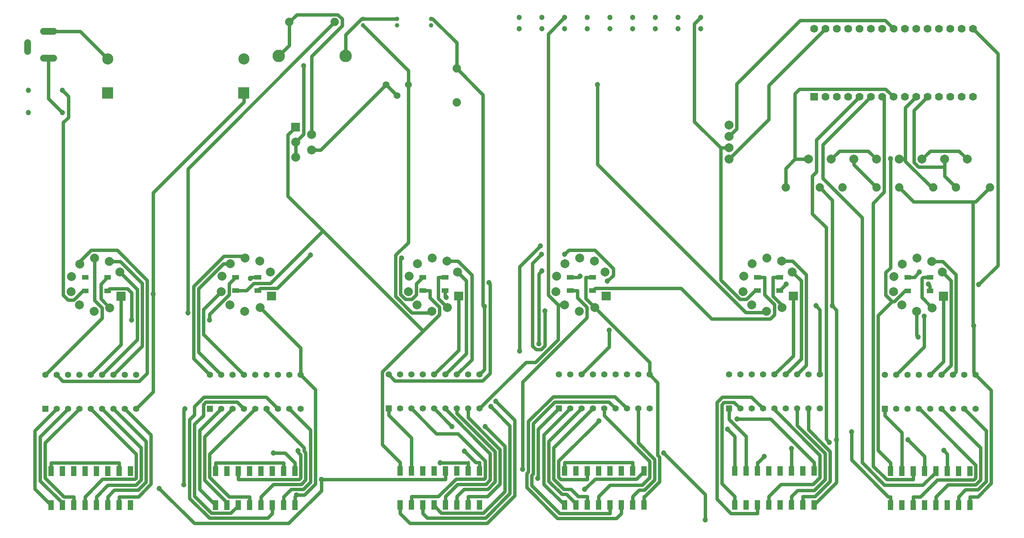
<source format=gbl>
G04 Layer: BottomLayer*
G04 EasyEDA v6.1.52, Wed, 14 Aug 2019 16:00:45 GMT*
G04 61fb33ea13684dee95186c9376e4e459,bc0df6a87cf9400f99ff9c89e133bbb9,10*
G04 Gerber Generator version 0.2*
G04 Scale: 100 percent, Rotated: No, Reflected: No *
G04 Dimensions in millimeters *
G04 leading zeros omitted , absolute positions ,3 integer and 3 decimal *
%FSLAX33Y33*%
%MOMM*%
G90*
G71D02*

%ADD11C,0.799998*%
%ADD12C,1.199998*%
%ADD14C,2.499995*%
%ADD15C,1.199896*%
%ADD17C,1.999996*%
%ADD18C,0.999998*%
%ADD19C,1.524000*%
%ADD20C,1.879600*%
%ADD21C,2.799994*%
%ADD22R,1.778000X1.778000*%
%ADD23C,1.778000*%
%ADD25R,1.397000X1.397000*%
%ADD26C,1.397000*%
%ADD27C,1.193800*%
%ADD28C,1.499997*%

%LPD*%
G54D11*
G01X127320Y58188D02*
G01X127320Y56639D01*
G01X129471Y54488D01*
G01X129471Y52115D01*
G01X115051Y37693D01*
G01X115051Y18133D01*
G01X125770Y58188D02*
G01X127320Y58188D01*
G01X70340Y71559D02*
G01X58602Y59824D01*
G01X54864Y59824D01*
G01X53230Y58188D01*
G01X50840Y58188D01*
G01X64241Y94825D02*
G01X62514Y93098D01*
G01X62514Y79385D01*
G01X70340Y71559D01*
G01X92770Y49128D02*
G01X70340Y71559D01*
G01X92770Y49128D02*
G01X83659Y40017D01*
G01X83659Y23642D01*
G01X87630Y19672D01*
G01X94300Y58188D02*
G01X94300Y56639D01*
G01X96451Y54488D01*
G01X96451Y52809D01*
G01X92770Y49128D01*
G01X197825Y55725D02*
G01X196352Y57198D01*
G01X196352Y62247D01*
G01X197421Y63317D01*
G01X197421Y87774D01*
G01X201300Y58150D02*
G01X200708Y58150D01*
G01X198282Y55725D01*
G01X197825Y55725D01*
G01X197449Y19631D02*
G01X194698Y22385D01*
G01X194698Y52595D01*
G01X197825Y55725D01*
G01X160969Y27101D02*
G01X162560Y25511D01*
G01X162560Y17780D01*
G01X159456Y90170D02*
G01X159456Y60589D01*
G01X163791Y56253D01*
G01X165193Y56253D01*
G01X167132Y58188D01*
G01X167680Y58188D01*
G01X102870Y17780D02*
G01X102870Y19672D01*
G01X96621Y19621D02*
G01X102819Y19621D01*
G01X102870Y19672D01*
G01X197449Y17739D02*
G01X197449Y19631D01*
G01X154940Y119380D02*
G01X153543Y117980D01*
G01X153543Y96083D01*
G01X159456Y90170D01*
G01X87630Y17780D02*
G01X87630Y19672D01*
G01X92750Y58188D02*
G01X94300Y58188D01*
G01X17150Y58150D02*
G01X16601Y58150D01*
G01X14569Y56118D01*
G01X13340Y56118D01*
G01X12227Y57233D01*
G01X12227Y95851D01*
G01X13388Y97012D01*
G01X13388Y101760D01*
G01X12065Y103083D01*
G01X159456Y90170D02*
G01X161290Y90170D01*
G01X194310Y87630D02*
G01X192460Y89479D01*
G01X186001Y89479D01*
G01X184150Y87630D01*
G01X214630Y87630D02*
G01X212780Y89479D01*
G01X206321Y89479D01*
G01X204470Y87630D01*
G01X124460Y17780D02*
G01X124460Y19672D01*
G01X124460Y19672D02*
G01X139700Y19672D01*
G01X139700Y19672D01*
G01X139700Y17780D02*
G01X139700Y19672D01*
G01X46319Y17739D02*
G01X46319Y19631D01*
G01X46319Y19631D02*
G01X61559Y19631D01*
G01X61559Y19631D01*
G01X61559Y17739D02*
G01X61559Y19631D01*
G01X24729Y17739D02*
G01X24729Y19631D01*
G01X9489Y17739D02*
G01X9489Y19631D01*
G01X9489Y19631D02*
G01X24729Y19631D01*
G01X172679Y58188D02*
G01X174124Y59636D01*
G01X202849Y61150D02*
G01X202849Y61282D01*
G01X203931Y62364D01*
G01X201300Y61150D02*
G01X202849Y61150D01*
G01X185384Y24744D02*
G01X185384Y53814D01*
G01X184419Y54780D01*
G01X180340Y10160D02*
G01X185384Y15204D01*
G01X185384Y24744D01*
G01X205069Y17739D02*
G01X205069Y21056D01*
G01X201383Y24744D01*
G01X181610Y39370D02*
G01X181610Y53921D01*
G01X180751Y54780D01*
G01X181610Y81280D02*
G01X184419Y78470D01*
G01X184419Y54780D01*
G01X215884Y78069D02*
G01X202600Y78069D01*
G01X199390Y81280D01*
G01X219710Y81280D02*
G01X216499Y78069D01*
G01X215884Y78069D01*
G01X216090Y50327D02*
G01X215884Y50530D01*
G01X215884Y78069D01*
G01X206799Y54350D02*
G01X204487Y56659D01*
G01X204487Y60888D01*
G01X204749Y61150D01*
G01X64419Y12377D02*
G01X64419Y12331D01*
G01X64099Y12011D01*
G01X65369Y39329D02*
G01X68717Y35984D01*
G01X68717Y14859D01*
G01X66233Y12377D01*
G01X64419Y12377D01*
G01X55839Y61188D02*
G01X54287Y61188D01*
G01X54155Y60957D02*
G01X54287Y61089D01*
G01X54287Y61188D01*
G01X100330Y107950D02*
G01X106227Y102052D01*
G01X106227Y54937D01*
G01X106512Y54650D01*
G01X106512Y54650D02*
G01X106512Y40472D01*
G01X105410Y39370D01*
G01X142240Y12052D02*
G01X142450Y12052D01*
G01X145752Y15354D01*
G01X145752Y20861D01*
G01X145343Y21269D01*
G01X145343Y37536D01*
G01X143510Y39370D01*
G01X130769Y61188D02*
G01X129217Y61188D01*
G01X129217Y61188D02*
G01X129217Y56441D01*
G01X131269Y54389D01*
G01X216499Y39329D02*
G01X219971Y35857D01*
G01X219971Y15008D01*
G01X216976Y12011D01*
G01X215229Y12011D01*
G01X94615Y119113D02*
G01X94940Y119113D01*
G01X100330Y113725D01*
G01X100330Y107950D01*
G01X216499Y39329D02*
G01X216090Y39740D01*
G01X216090Y50327D01*
G01X131269Y54389D02*
G01X143510Y42148D01*
G01X143510Y39370D01*
G01X56339Y54389D02*
G01X65369Y45359D01*
G01X65369Y39329D01*
G01X64241Y91440D02*
G01X66070Y93268D01*
G01X66070Y108544D01*
G01X22174Y110096D02*
G01X15986Y116283D01*
G01X8930Y116283D01*
G01X64241Y88054D02*
G01X64241Y91440D01*
G01X79375Y119113D02*
G01X86995Y119113D01*
G01X75445Y110744D02*
G01X75445Y115542D01*
G01X79019Y119113D01*
G01X79375Y119113D01*
G01X215229Y10119D02*
G01X215229Y12011D01*
G01X142240Y10160D02*
G01X142240Y12052D01*
G01X64099Y10119D02*
G01X64099Y12011D01*
G01X172679Y61188D02*
G01X171127Y61188D01*
G01X173179Y54389D02*
G01X173179Y54899D01*
G01X171127Y56951D01*
G01X171127Y61188D01*
G01X98249Y54389D02*
G01X96199Y56441D01*
G01X96199Y61188D01*
G01X97749Y61188D02*
G01X96199Y61188D01*
G01X22649Y54350D02*
G01X20637Y56362D01*
G01X20637Y59636D01*
G01X22151Y61150D01*
G01X206301Y61150D02*
G01X204749Y61150D01*
G01X92750Y61188D02*
G01X91297Y59738D01*
G01X91297Y57287D01*
G01X90286Y56273D01*
G01X88818Y56273D01*
G01X87729Y57363D01*
G01X87729Y65262D01*
G01X87955Y65486D01*
G01X55839Y58188D02*
G01X56342Y58691D01*
G01X60134Y58691D01*
G01X67602Y66159D01*
G01X50840Y61188D02*
G01X49364Y59715D01*
G01X49364Y57264D01*
G01X44978Y52877D01*
G01X44978Y51645D01*
G01X22151Y58150D02*
G01X22651Y58651D01*
G01X26591Y58651D01*
G01X27520Y57721D01*
G01X27520Y51645D01*
G01X123035Y54991D02*
G01X124470Y54991D01*
G01X124460Y119380D02*
G01X120799Y115719D01*
G01X120799Y57223D01*
G01X123035Y54991D01*
G01X123035Y54991D02*
G01X123035Y47236D01*
G01X117949Y42151D01*
G01X115811Y42151D01*
G01X105410Y31750D01*
G01X52654Y100426D02*
G01X32331Y80103D01*
G01X32331Y57429D01*
G01X32331Y57429D02*
G01X32331Y35501D01*
G01X28539Y31709D01*
G01X52654Y102476D02*
G01X52654Y100426D01*
G01X94749Y53588D02*
G01X94383Y53223D01*
G01X90309Y53223D01*
G01X86626Y56906D01*
G01X86626Y66128D01*
G01X89494Y68996D01*
G01X89494Y104373D01*
G01X40114Y53238D02*
G01X40114Y85453D01*
G01X73025Y118364D01*
G01X169679Y53588D02*
G01X169362Y53271D01*
G01X165066Y53271D01*
G01X131853Y86487D01*
G01X131853Y104373D01*
G01X203299Y53550D02*
G01X203299Y48097D01*
G01X203608Y47787D01*
G01X79375Y117612D02*
G01X89494Y107492D01*
G01X89494Y104373D01*
G01X190500Y101600D02*
G01X180901Y92001D01*
G01X180901Y84775D01*
G01X179953Y83827D01*
G01X179953Y75382D01*
G01X183024Y72311D01*
G01X183024Y24907D01*
G01X183741Y24190D01*
G01X210149Y17739D02*
G01X210149Y21569D01*
G01X209364Y22354D01*
G01X175260Y17780D02*
G01X175260Y22781D01*
G01X146644Y21810D02*
G01X155978Y12476D01*
G01X155978Y6804D01*
G01X70017Y15847D02*
G01X70017Y13335D01*
G01X62704Y6022D01*
G01X41559Y6022D01*
G01X33703Y13881D01*
G01X207609Y17739D02*
G01X207609Y17518D01*
G01X204696Y14602D01*
G01X196138Y14602D01*
G01X191091Y19649D01*
G01X191091Y74556D01*
G01X182321Y83327D01*
G01X182321Y90881D01*
G01X193040Y101600D01*
G01X97790Y15887D02*
G01X70058Y15887D01*
G01X70017Y15847D01*
G01X97790Y17780D02*
G01X97790Y15887D01*
G01X195580Y101600D02*
G01X196054Y101125D01*
G01X196054Y80266D01*
G01X193558Y77769D01*
G01X193558Y18862D01*
G01X196573Y15847D01*
G01X202529Y15847D01*
G01X202529Y17739D02*
G01X202529Y15847D01*
G01X203799Y31709D02*
G01X203949Y31709D01*
G01X216537Y19121D01*
G01X216537Y16250D01*
G01X216077Y15791D01*
G01X207921Y15791D01*
G01X204142Y12011D01*
G01X202529Y12011D01*
G01X202529Y10119D02*
G01X202529Y12011D01*
G01X196179Y31709D02*
G01X196179Y30210D01*
G01X196179Y30210D02*
G01X199989Y26400D01*
G01X199989Y17739D01*
G01X206700Y64749D02*
G01X209108Y64749D01*
G01X212133Y61724D01*
G01X212133Y40040D01*
G01X211419Y39329D01*
G01X208879Y39329D02*
G01X211002Y41452D01*
G01X211002Y60446D01*
G01X209100Y62349D01*
G01X163118Y29380D02*
G01X170632Y29380D01*
G01X180340Y19672D01*
G01X180340Y17780D02*
G01X180340Y19672D01*
G01X129540Y15887D02*
G01X123652Y15887D01*
G01X123151Y16388D01*
G01X123151Y20025D01*
G01X132158Y29029D01*
G01X129540Y17780D02*
G01X129540Y15887D01*
G01X123190Y31750D02*
G01X118559Y27117D01*
G01X118559Y16258D01*
G01X118435Y16136D01*
G01X52669Y39329D02*
G01X43621Y48376D01*
G01X43621Y53972D01*
G01X47640Y57990D01*
G01X47589Y31709D02*
G01X42735Y26855D01*
G01X42735Y13703D01*
G01X46319Y10119D01*
G01X50129Y31709D02*
G01X43886Y25466D01*
G01X43886Y15681D01*
G01X48859Y10708D01*
G01X48859Y10119D01*
G01X105410Y17780D02*
G01X105410Y19672D01*
G01X105410Y19672D02*
G01X104592Y19672D01*
G01X102054Y22209D01*
G01X51399Y17739D02*
G01X51399Y15847D01*
G01X64803Y22275D02*
G01X64803Y22009D01*
G01X65407Y21402D01*
G01X65407Y16228D01*
G01X65064Y15885D01*
G01X51437Y15885D01*
G01X51399Y15847D01*
G01X39192Y14676D02*
G01X39192Y31465D01*
G01X39436Y31709D01*
G01X175260Y10160D02*
G01X175260Y12052D01*
G01X176530Y31750D02*
G01X176530Y28000D01*
G01X182821Y21709D01*
G01X182821Y15882D01*
G01X180342Y13403D01*
G01X176611Y13403D01*
G01X175260Y12052D01*
G01X165100Y17780D02*
G01X165100Y25519D01*
G01X161290Y29329D01*
G01X161290Y30251D01*
G01X161290Y31750D02*
G01X161290Y30251D01*
G01X107530Y59971D02*
G01X107815Y59687D01*
G01X107815Y39657D01*
G01X106128Y37967D01*
G01X86492Y37967D01*
G01X85090Y39370D01*
G01X95250Y10160D02*
G01X95250Y10010D01*
G01X96893Y8366D01*
G01X106314Y8366D01*
G01X111130Y13182D01*
G01X111130Y23319D01*
G01X106680Y27767D01*
G01X95250Y31750D02*
G01X99232Y27767D01*
G01X100330Y12052D02*
G01X101978Y13700D01*
G01X107292Y13700D01*
G01X108922Y15331D01*
G01X108922Y22123D01*
G01X100330Y30716D01*
G01X100330Y31750D01*
G01X100330Y10160D02*
G01X100330Y12052D01*
G01X23459Y31709D02*
G01X30782Y24386D01*
G01X30782Y15290D01*
G01X28963Y13472D01*
G01X23649Y13472D01*
G01X22189Y12011D01*
G01X22189Y10119D02*
G01X22189Y12011D01*
G01X215900Y116840D02*
G01X221472Y111267D01*
G01X221472Y63822D01*
G01X217187Y59535D01*
G01X205894Y59641D02*
G01X206301Y59235D01*
G01X206301Y58150D01*
G01X12065Y98084D02*
G01X8930Y101219D01*
G01X8930Y110284D01*
G01X62865Y118364D02*
G01X64536Y120035D01*
G01X73710Y120035D01*
G01X74698Y119047D01*
G01X74698Y117586D01*
G01X67840Y110728D01*
G01X67840Y93134D01*
G01X60444Y110744D02*
G01X62865Y113164D01*
G01X62865Y118364D01*
G01X84495Y104373D02*
G01X69867Y89745D01*
G01X67840Y89745D01*
G01X84495Y104373D02*
G01X86995Y101874D01*
G01X176049Y87630D02*
G01X173990Y85570D01*
G01X173990Y81280D01*
G01X179070Y87630D02*
G01X176049Y87630D01*
G01X176049Y87630D02*
G01X176049Y102351D01*
G01X177048Y103350D01*
G01X196369Y103350D01*
G01X198120Y101600D01*
G01X200776Y87630D02*
G01X200776Y99174D01*
G01X203200Y101600D01*
G01X207010Y81280D02*
G01X206692Y81280D01*
G01X200776Y87195D01*
G01X200776Y87630D01*
G01X199390Y87630D02*
G01X200776Y87630D01*
G01X209550Y85902D02*
G01X203753Y85902D01*
G01X202712Y86944D01*
G01X202712Y98572D01*
G01X205740Y101600D01*
G01X209550Y85902D02*
G01X209550Y83820D01*
G01X212090Y81280D01*
G01X209550Y87630D02*
G01X209550Y85902D01*
G01X161290Y87630D02*
G01X170205Y96542D01*
G01X170205Y104162D01*
G01X182880Y116840D01*
G01X161290Y92710D02*
G01X162991Y94411D01*
G01X162991Y104493D01*
G01X177220Y118719D01*
G01X196240Y118719D01*
G01X198120Y116840D01*
G01X197449Y12011D02*
G01X196984Y12011D01*
G01X188749Y20246D01*
G01X188749Y26522D01*
G01X197449Y10119D02*
G01X197449Y12011D01*
G01X208879Y31709D02*
G01X217639Y22948D01*
G01X217639Y15796D01*
G01X216535Y14688D01*
G01X210286Y14688D01*
G01X207609Y12011D01*
G01X207609Y10119D02*
G01X207609Y12011D01*
G01X209301Y56949D02*
G01X209301Y42291D01*
G01X206339Y39329D01*
G01X198719Y39329D02*
G01X205003Y45610D01*
G01X205003Y52461D01*
G01X128270Y39370D02*
G01X134500Y45600D01*
G01X134500Y49298D01*
G01X118704Y46306D02*
G01X118704Y61902D01*
G01X119407Y62605D01*
G01X114386Y44698D02*
G01X114386Y63538D01*
G01X119029Y68178D01*
G01X125730Y31750D02*
G01X119844Y25864D01*
G01X119844Y14775D01*
G01X124460Y10160D01*
G01X128270Y31750D02*
G01X120947Y24427D01*
G01X120947Y15476D01*
G01X123863Y12560D01*
G01X124866Y12560D01*
G01X127000Y10424D01*
G01X127000Y10160D01*
G01X129540Y12052D02*
G01X127487Y12052D01*
G01X125879Y13662D01*
G01X124320Y13662D01*
G01X122049Y15930D01*
G01X122049Y22989D01*
G01X130810Y31750D01*
G01X129540Y10160D02*
G01X129540Y12052D01*
G01X132080Y12052D02*
G01X134622Y14594D01*
G01X141874Y14594D01*
G01X143548Y16268D01*
G01X143548Y19946D01*
G01X133350Y30144D01*
G01X133350Y31750D01*
G01X132080Y10160D02*
G01X132080Y12052D01*
G01X135890Y31750D02*
G01X134388Y33251D01*
G01X122273Y33251D01*
G01X117454Y28435D01*
G01X117454Y17137D01*
G01X117134Y16814D01*
G01X117134Y14546D01*
G01X123413Y8267D01*
G01X134620Y8267D01*
G01X134620Y10160D02*
G01X134620Y8267D01*
G01X47589Y39329D02*
G01X42519Y44399D01*
G01X42519Y58600D01*
G01X48110Y64190D01*
G01X49639Y64190D01*
G01X45049Y39329D02*
G01X41417Y42961D01*
G01X41417Y59118D01*
G01X48191Y65892D01*
G01X52537Y65892D01*
G01X52941Y65488D01*
G01X52669Y31709D02*
G01X51168Y33213D01*
G01X44150Y33213D01*
G01X43583Y32644D01*
G01X43583Y30208D01*
G01X41597Y28224D01*
G01X41597Y12136D01*
G01X45407Y8326D01*
G01X49756Y8326D01*
G01X51399Y9969D01*
G01X51399Y10119D01*
G01X53939Y10119D02*
G01X53939Y12011D01*
G01X53939Y12011D02*
G01X49349Y12011D01*
G01X45011Y16347D01*
G01X45011Y21511D01*
G01X55209Y31709D01*
G01X57749Y31709D02*
G01X57749Y31330D01*
G01X66103Y22974D01*
G01X66103Y22265D01*
G01X66509Y21859D01*
G01X66509Y15770D01*
G01X65519Y14782D01*
G01X59250Y14782D01*
G01X56479Y12011D01*
G01X56479Y10119D02*
G01X56479Y12011D01*
G01X59019Y8227D02*
G01X58016Y7223D01*
G01X44952Y7223D01*
G01X40495Y11681D01*
G01X40495Y29230D01*
G01X41597Y30332D01*
G01X41597Y32219D01*
G01X43693Y34315D01*
G01X57685Y34315D01*
G01X60289Y31709D01*
G01X59019Y10119D02*
G01X59019Y8227D01*
G01X62829Y31709D02*
G01X67612Y26926D01*
G01X67612Y15316D01*
G01X65976Y13677D01*
G01X63228Y13677D01*
G01X61559Y12011D01*
G01X61559Y10119D02*
G01X61559Y12011D01*
G01X171450Y39370D02*
G01X175679Y43599D01*
G01X175679Y56989D01*
G01X173080Y64790D02*
G01X175547Y64790D01*
G01X178592Y61742D01*
G01X178592Y41432D01*
G01X176530Y39370D01*
G01X175480Y62390D02*
G01X177469Y60398D01*
G01X177469Y42849D01*
G01X173990Y39370D01*
G01X179070Y31750D02*
G01X179070Y27020D01*
G01X183923Y22164D01*
G01X183923Y15427D01*
G01X180550Y12052D01*
G01X177800Y12052D01*
G01X177800Y10160D02*
G01X177800Y12052D01*
G01X95250Y39370D02*
G01X100749Y44869D01*
G01X100749Y56989D01*
G01X98150Y64790D02*
G01X100584Y64790D01*
G01X103705Y61668D01*
G01X103705Y42745D01*
G01X100330Y39370D01*
G01X97790Y39370D02*
G01X102504Y44084D01*
G01X102504Y60436D01*
G01X100550Y62390D01*
G01X109067Y33401D02*
G01X113334Y29133D01*
G01X113334Y12268D01*
G01X107127Y6062D01*
G01X89834Y6062D01*
G01X87630Y8267D01*
G01X87630Y10160D02*
G01X87630Y8267D01*
G01X90170Y10160D02*
G01X90170Y12052D01*
G01X90170Y31750D02*
G01X95788Y26131D01*
G01X100617Y26131D01*
G01X106718Y20030D01*
G01X106718Y16245D01*
G01X106459Y15986D01*
G01X100164Y15986D01*
G01X96230Y12052D01*
G01X90170Y12052D01*
G01X107929Y32235D02*
G01X112232Y27932D01*
G01X112232Y12725D01*
G01X106768Y7264D01*
G01X93713Y7264D01*
G01X92710Y8267D01*
G01X92710Y10160D02*
G01X92710Y8267D01*
G01X97790Y12052D02*
G01X100540Y14803D01*
G01X106834Y14803D01*
G01X107820Y15788D01*
G01X107820Y21666D01*
G01X97790Y31696D01*
G01X97790Y31750D01*
G01X97790Y10160D02*
G01X97790Y12052D01*
G01X102870Y12052D02*
G01X107203Y12052D01*
G01X110025Y14874D01*
G01X110025Y22580D01*
G01X102870Y29735D01*
G01X102870Y31750D01*
G01X102870Y10160D02*
G01X102870Y12052D01*
G01X18379Y39329D02*
G01X25151Y46101D01*
G01X25151Y56949D01*
G01X15951Y64150D02*
G01X15951Y64726D01*
G01X18453Y67231D01*
G01X24274Y67231D01*
G01X31028Y60474D01*
G01X31028Y39702D01*
G01X29250Y37924D01*
G01X12164Y37924D01*
G01X10759Y39329D01*
G01X8219Y39329D02*
G01X20947Y52057D01*
G01X20947Y54325D01*
G01X19250Y56022D01*
G01X19250Y65450D01*
G01X22550Y64749D02*
G01X25031Y64749D01*
G01X29926Y59855D01*
G01X29926Y45796D01*
G01X23459Y39329D01*
G01X20919Y39329D02*
G01X28823Y47233D01*
G01X28823Y58475D01*
G01X24950Y62349D01*
G01X10759Y31709D02*
G01X5844Y26794D01*
G01X5844Y13766D01*
G01X9489Y10119D01*
G01X17109Y10119D02*
G01X17109Y12011D01*
G01X18379Y31709D02*
G01X28577Y21511D01*
G01X28577Y16205D01*
G01X28321Y15946D01*
G01X21043Y15946D01*
G01X17109Y12011D01*
G01X20919Y31709D02*
G01X29679Y22948D01*
G01X29679Y15748D01*
G01X28506Y14574D01*
G01X22212Y14574D01*
G01X19649Y12011D01*
G01X19649Y10119D02*
G01X19649Y12011D01*
G01X25999Y31709D02*
G01X31887Y25824D01*
G01X31887Y14833D01*
G01X29062Y12011D01*
G01X24729Y12011D01*
G01X24729Y10119D02*
G01X24729Y12011D01*
G01X189230Y87630D02*
G01X189230Y86360D01*
G01X194310Y81280D01*
G01X213959Y31709D02*
G01X218869Y26799D01*
G01X218869Y15463D01*
G01X216992Y13586D01*
G01X214264Y13586D01*
G01X212689Y12011D01*
G01X212689Y10119D02*
G01X212689Y12011D01*
G01X167640Y17780D02*
G01X167640Y19672D01*
G01X167640Y19672D02*
G01X167838Y19672D01*
G01X169219Y21051D01*
G01X138430Y31750D02*
G01X135729Y34450D01*
G01X121912Y34450D01*
G01X116352Y28892D01*
G01X116352Y17594D01*
G01X115989Y17228D01*
G01X115989Y14076D01*
G01X122900Y7162D01*
G01X136055Y7162D01*
G01X137160Y8267D01*
G01X137160Y10160D02*
G01X137160Y8267D01*
G01X139700Y12052D02*
G01X141119Y13469D01*
G01X142308Y13469D01*
G01X144650Y15811D01*
G01X144650Y20403D01*
G01X140970Y24084D01*
G01X140970Y31750D01*
G01X139700Y10160D02*
G01X139700Y12052D01*
G01X142240Y17780D02*
G01X142240Y17630D01*
G01X140596Y15986D01*
G01X131297Y15986D01*
G01X128993Y13682D01*
G01X64099Y17739D02*
G01X64099Y19631D01*
G01X64099Y19631D02*
G01X61942Y21790D01*
G01X59306Y21790D01*
G01X162560Y12052D02*
G01X159666Y14945D01*
G01X159666Y32674D01*
G01X160144Y33149D01*
G01X162430Y33149D01*
G01X163830Y31750D01*
G01X162560Y10160D02*
G01X162560Y12052D01*
G01X167640Y8267D02*
G01X161762Y8267D01*
G01X158564Y11465D01*
G01X158564Y33131D01*
G01X159791Y34358D01*
G01X166301Y34358D01*
G01X168910Y31750D01*
G01X167640Y10160D02*
G01X167640Y8267D01*
G01X170180Y12052D02*
G01X172882Y14754D01*
G01X180134Y14754D01*
G01X181658Y16278D01*
G01X181658Y21315D01*
G01X171450Y31521D01*
G01X171450Y31750D01*
G01X170180Y10160D02*
G01X170180Y12052D01*
G01X85090Y31750D02*
G01X85090Y30251D01*
G01X85090Y30251D02*
G01X90170Y25171D01*
G01X90170Y17780D01*
G01X13299Y31709D02*
G01X7045Y25455D01*
G01X7045Y15577D01*
G01X12029Y10591D01*
G01X12029Y10119D01*
G01X15839Y31709D02*
G01X8181Y24051D01*
G01X8181Y16233D01*
G01X12405Y12011D01*
G01X14569Y12011D01*
G01X14569Y10119D02*
G01X14569Y12011D01*
G01X169230Y61188D02*
G01X169230Y57289D01*
G01X171477Y55041D01*
G01X171477Y52765D01*
G01X170563Y51851D01*
G01X157421Y51851D01*
G01X150553Y58719D01*
G01X131300Y58719D01*
G01X130769Y58188D01*
G01X167680Y61188D02*
G01X169230Y61188D01*
G01X119296Y66324D02*
G01X117297Y64325D01*
G01X117297Y45760D01*
G01X118099Y44958D01*
G01X119197Y44958D01*
G01X120096Y45857D01*
G01X120096Y53637D01*
G01X97749Y58188D02*
G01X97749Y56939D01*
G01X97995Y56692D01*
G01X125770Y61188D02*
G01X127660Y61188D01*
G01X127914Y61442D01*
G01X134084Y60327D02*
G01X135369Y61615D01*
G01X135369Y63144D01*
G01X131208Y67304D01*
G01X125427Y67304D01*
G01X124449Y66324D01*
G36*
G01X200550Y57651D02*
G01X202049Y57651D01*
G01X202049Y58649D01*
G01X200550Y58649D01*
G01X200550Y57651D01*
G37*
G36*
G01X200550Y60650D02*
G01X202049Y60650D01*
G01X202049Y61648D01*
G01X200550Y61648D01*
G01X200550Y60650D01*
G37*
G36*
G01X205549Y60650D02*
G01X207050Y60650D01*
G01X207050Y61648D01*
G01X205549Y61648D01*
G01X205549Y60650D01*
G37*
G36*
G01X205549Y57651D02*
G01X207050Y57651D01*
G01X207050Y58649D01*
G01X205549Y58649D01*
G01X205549Y57651D01*
G37*
G36*
G01X166930Y57691D02*
G01X168429Y57691D01*
G01X168429Y58689D01*
G01X166930Y58689D01*
G01X166930Y57691D01*
G37*
G36*
G01X166930Y60690D02*
G01X168429Y60690D01*
G01X168429Y61688D01*
G01X166930Y61688D01*
G01X166930Y60690D01*
G37*
G36*
G01X171929Y60690D02*
G01X173430Y60690D01*
G01X173430Y61688D01*
G01X171929Y61688D01*
G01X171929Y60690D01*
G37*
G36*
G01X171929Y57691D02*
G01X173430Y57691D01*
G01X173430Y58689D01*
G01X171929Y58689D01*
G01X171929Y57691D01*
G37*
G36*
G01X125020Y57691D02*
G01X126519Y57691D01*
G01X126519Y58689D01*
G01X125020Y58689D01*
G01X125020Y57691D01*
G37*
G36*
G01X125020Y60690D02*
G01X126519Y60690D01*
G01X126519Y61688D01*
G01X125020Y61688D01*
G01X125020Y60690D01*
G37*
G36*
G01X130019Y60690D02*
G01X131520Y60690D01*
G01X131520Y61688D01*
G01X130019Y61688D01*
G01X130019Y60690D01*
G37*
G36*
G01X130019Y57691D02*
G01X131520Y57691D01*
G01X131520Y58689D01*
G01X130019Y58689D01*
G01X130019Y57691D01*
G37*
G36*
G01X92000Y57691D02*
G01X93499Y57691D01*
G01X93499Y58689D01*
G01X92000Y58689D01*
G01X92000Y57691D01*
G37*
G36*
G01X92000Y60690D02*
G01X93499Y60690D01*
G01X93499Y61688D01*
G01X92000Y61688D01*
G01X92000Y60690D01*
G37*
G36*
G01X96999Y60690D02*
G01X98500Y60690D01*
G01X98500Y61688D01*
G01X96999Y61688D01*
G01X96999Y60690D01*
G37*
G36*
G01X96999Y57691D02*
G01X98500Y57691D01*
G01X98500Y58689D01*
G01X96999Y58689D01*
G01X96999Y57691D01*
G37*
G36*
G01X50090Y57691D02*
G01X51589Y57691D01*
G01X51589Y58689D01*
G01X50090Y58689D01*
G01X50090Y57691D01*
G37*
G36*
G01X50090Y60690D02*
G01X51589Y60690D01*
G01X51589Y61688D01*
G01X50090Y61688D01*
G01X50090Y60690D01*
G37*
G36*
G01X55089Y60690D02*
G01X56590Y60690D01*
G01X56590Y61688D01*
G01X55089Y61688D01*
G01X55089Y60690D01*
G37*
G36*
G01X55089Y57691D02*
G01X56590Y57691D01*
G01X56590Y58689D01*
G01X55089Y58689D01*
G01X55089Y57691D01*
G37*
G36*
G01X16400Y57650D02*
G01X17899Y57651D01*
G01X17899Y58649D01*
G01X16400Y58649D01*
G01X16400Y57650D01*
G37*
G36*
G01X16400Y60650D02*
G01X17899Y60650D01*
G01X17899Y61648D01*
G01X16400Y61648D01*
G01X16400Y60650D01*
G37*
G36*
G01X21399Y60650D02*
G01X22900Y60650D01*
G01X22900Y61648D01*
G01X21399Y61648D01*
G01X21399Y60650D01*
G37*
G36*
G01X21399Y57651D02*
G01X22900Y57651D01*
G01X22900Y58649D01*
G01X21399Y58649D01*
G01X21399Y57651D01*
G37*
G36*
G01X53902Y101227D02*
G01X51402Y101227D01*
G01X51402Y103727D01*
G01X53902Y103727D01*
G01X53902Y101227D01*
G37*
G36*
G01X23422Y101227D02*
G01X20922Y101227D01*
G01X20922Y103727D01*
G01X23422Y103727D01*
G01X23422Y101227D01*
G37*
G54D14*
G01X52652Y110097D03*
G01X22172Y110097D03*
G54D15*
G01X12065Y103083D03*
G01X12065Y98084D03*
G01X4445Y103083D03*
G01X4445Y98084D03*
G36*
G01X65240Y95825D02*
G01X65240Y93825D01*
G01X63240Y93825D01*
G01X63240Y95825D01*
G01X65240Y95825D01*
G37*
G54D17*
G01X67839Y93134D03*
G01X64240Y91440D03*
G01X67839Y89745D03*
G01X64240Y88054D03*
G54D18*
G01X86995Y119114D03*
G01X86995Y117613D03*
G01X79375Y119114D03*
G01X79375Y117613D03*
G54D19*
G01X86995Y101874D03*
G01X84495Y104373D03*
G01X89495Y104373D03*
G54D20*
G01X100330Y100330D03*
G01X100330Y107950D03*
G01X62865Y118364D03*
G01X73025Y118364D03*
G54D21*
G01X75445Y110744D03*
G01X60444Y110744D03*
G54D22*
G01X180340Y101600D03*
G54D23*
G01X182880Y101600D03*
G01X185420Y101600D03*
G01X187960Y101600D03*
G01X190500Y101600D03*
G01X193040Y101600D03*
G01X195580Y101600D03*
G01X198120Y101600D03*
G01X200660Y101600D03*
G01X203200Y101600D03*
G01X205740Y101600D03*
G01X208280Y101600D03*
G01X210820Y101600D03*
G01X213360Y101600D03*
G01X215900Y101600D03*
G01X180340Y116840D03*
G01X182880Y116840D03*
G01X185420Y116840D03*
G01X187960Y116840D03*
G01X190500Y116840D03*
G01X193040Y116840D03*
G01X195580Y116840D03*
G01X198120Y116840D03*
G01X200660Y116840D03*
G01X203200Y116840D03*
G01X205740Y116840D03*
G01X208280Y116840D03*
G01X210820Y116840D03*
G01X213360Y116840D03*
G01X215900Y116840D03*
G54D17*
G01X161290Y95250D03*
G01X161290Y92710D03*
G01X161290Y90170D03*
G01X161290Y87630D03*
G54D20*
G01X181610Y81280D03*
G01X173990Y81280D03*
G01X194310Y81280D03*
G01X186690Y81280D03*
G01X207010Y81280D03*
G01X199390Y81280D03*
G01X212090Y81280D03*
G01X219710Y81280D03*
G54D17*
G01X179070Y87630D03*
G01X184150Y87630D03*
G01X199390Y87630D03*
G01X204470Y87630D03*
G01X189230Y87630D03*
G01X194310Y87630D03*
G01X209550Y87630D03*
G01X214630Y87630D03*
G36*
G01X196844Y9029D02*
G01X196844Y11210D01*
G01X198055Y11210D01*
G01X198055Y9029D01*
G01X196844Y9029D01*
G37*
G36*
G01X199384Y9029D02*
G01X199384Y11210D01*
G01X200595Y11210D01*
G01X200595Y9029D01*
G01X199384Y9029D01*
G37*
G36*
G01X201924Y9029D02*
G01X201924Y11210D01*
G01X203135Y11210D01*
G01X203135Y9029D01*
G01X201924Y9029D01*
G37*
G36*
G01X204464Y9029D02*
G01X204464Y11210D01*
G01X205675Y11210D01*
G01X205675Y9029D01*
G01X204464Y9029D01*
G37*
G36*
G01X207004Y9029D02*
G01X207004Y11210D01*
G01X208215Y11210D01*
G01X208215Y9029D01*
G01X207004Y9029D01*
G37*
G36*
G01X209544Y9029D02*
G01X209544Y11210D01*
G01X210755Y11210D01*
G01X210755Y9029D01*
G01X209544Y9029D01*
G37*
G36*
G01X212084Y9029D02*
G01X212084Y11210D01*
G01X213295Y11210D01*
G01X213295Y9029D01*
G01X212084Y9029D01*
G37*
G36*
G01X214624Y9029D02*
G01X214624Y11210D01*
G01X215835Y11210D01*
G01X215835Y9029D01*
G01X214624Y9029D01*
G37*
G36*
G01X214624Y16649D02*
G01X214624Y18830D01*
G01X215835Y18830D01*
G01X215835Y16649D01*
G01X214624Y16649D01*
G37*
G36*
G01X212084Y16649D02*
G01X212084Y18830D01*
G01X213295Y18830D01*
G01X213295Y16649D01*
G01X212084Y16649D01*
G37*
G36*
G01X209544Y16649D02*
G01X209544Y18830D01*
G01X210755Y18830D01*
G01X210755Y16649D01*
G01X209544Y16649D01*
G37*
G36*
G01X207004Y16649D02*
G01X207004Y18830D01*
G01X208215Y18830D01*
G01X208215Y16649D01*
G01X207004Y16649D01*
G37*
G36*
G01X204464Y16649D02*
G01X204464Y18830D01*
G01X205675Y18830D01*
G01X205675Y16649D01*
G01X204464Y16649D01*
G37*
G36*
G01X201924Y16649D02*
G01X201924Y18830D01*
G01X203135Y18830D01*
G01X203135Y16649D01*
G01X201924Y16649D01*
G37*
G36*
G01X199384Y16649D02*
G01X199384Y18830D01*
G01X200595Y18830D01*
G01X200595Y16649D01*
G01X199384Y16649D01*
G37*
G36*
G01X196844Y16649D02*
G01X196844Y18830D01*
G01X198055Y18830D01*
G01X198055Y16649D01*
G01X196844Y16649D01*
G37*
G54D25*
G01X196179Y31709D03*
G54D26*
G01X198719Y31709D03*
G01X201259Y31709D03*
G01X203799Y31709D03*
G01X206339Y31709D03*
G01X208879Y31709D03*
G01X211419Y31709D03*
G01X213959Y31709D03*
G01X216499Y31709D03*
G01X216499Y39329D03*
G01X213959Y39329D03*
G01X211419Y39329D03*
G01X208879Y39329D03*
G01X206339Y39329D03*
G01X203799Y39329D03*
G01X201259Y39329D03*
G01X198719Y39329D03*
G01X196179Y39329D03*
G36*
G01X134770Y55990D02*
G01X132770Y55990D01*
G01X132770Y57990D01*
G01X134770Y57990D01*
G01X134770Y55990D01*
G37*
G54D17*
G01X131269Y54390D03*
G01X127769Y53589D03*
G01X124469Y54989D03*
G01X122570Y57989D03*
G01X122670Y61390D03*
G01X124569Y64190D03*
G01X127869Y65490D03*
G01X131170Y64789D03*
G01X133569Y62390D03*
G36*
G01X123854Y9069D02*
G01X123854Y11250D01*
G01X125065Y11250D01*
G01X125065Y9069D01*
G01X123854Y9069D01*
G37*
G36*
G01X126394Y9069D02*
G01X126394Y11250D01*
G01X127605Y11250D01*
G01X127605Y9069D01*
G01X126394Y9069D01*
G37*
G36*
G01X128934Y9069D02*
G01X128934Y11250D01*
G01X130145Y11250D01*
G01X130145Y9069D01*
G01X128934Y9069D01*
G37*
G36*
G01X131474Y9069D02*
G01X131474Y11250D01*
G01X132685Y11250D01*
G01X132685Y9069D01*
G01X131474Y9069D01*
G37*
G36*
G01X134014Y9069D02*
G01X134014Y11250D01*
G01X135225Y11250D01*
G01X135225Y9069D01*
G01X134014Y9069D01*
G37*
G36*
G01X136554Y9069D02*
G01X136554Y11250D01*
G01X137765Y11250D01*
G01X137765Y9069D01*
G01X136554Y9069D01*
G37*
G36*
G01X139094Y9069D02*
G01X139094Y11250D01*
G01X140305Y11250D01*
G01X140305Y9069D01*
G01X139094Y9069D01*
G37*
G36*
G01X141634Y9069D02*
G01X141634Y11250D01*
G01X142845Y11250D01*
G01X142845Y9069D01*
G01X141634Y9069D01*
G37*
G36*
G01X141634Y16689D02*
G01X141634Y18870D01*
G01X142845Y18870D01*
G01X142845Y16689D01*
G01X141634Y16689D01*
G37*
G36*
G01X139094Y16689D02*
G01X139094Y18870D01*
G01X140305Y18870D01*
G01X140305Y16689D01*
G01X139094Y16689D01*
G37*
G36*
G01X136554Y16689D02*
G01X136554Y18870D01*
G01X137765Y18870D01*
G01X137765Y16689D01*
G01X136554Y16689D01*
G37*
G36*
G01X134014Y16689D02*
G01X134014Y18870D01*
G01X135225Y18870D01*
G01X135225Y16689D01*
G01X134014Y16689D01*
G37*
G36*
G01X131474Y16689D02*
G01X131474Y18870D01*
G01X132685Y18870D01*
G01X132685Y16689D01*
G01X131474Y16689D01*
G37*
G36*
G01X128934Y16689D02*
G01X128934Y18870D01*
G01X130145Y18870D01*
G01X130145Y16689D01*
G01X128934Y16689D01*
G37*
G36*
G01X126394Y16689D02*
G01X126394Y18870D01*
G01X127605Y18870D01*
G01X127605Y16689D01*
G01X126394Y16689D01*
G37*
G36*
G01X123854Y16689D02*
G01X123854Y18870D01*
G01X125065Y18870D01*
G01X125065Y16689D01*
G01X123854Y16689D01*
G37*
G54D25*
G01X123190Y31750D03*
G54D26*
G01X125730Y31750D03*
G01X128270Y31750D03*
G01X130810Y31750D03*
G01X133350Y31750D03*
G01X135890Y31750D03*
G01X138430Y31750D03*
G01X140970Y31750D03*
G01X143510Y31750D03*
G01X143510Y39370D03*
G01X140970Y39370D03*
G01X138430Y39370D03*
G01X135890Y39370D03*
G01X133350Y39370D03*
G01X130810Y39370D03*
G01X128270Y39370D03*
G01X125730Y39370D03*
G01X123190Y39370D03*
G36*
G01X59840Y55990D02*
G01X57840Y55990D01*
G01X57840Y57990D01*
G01X59840Y57990D01*
G01X59840Y55990D01*
G37*
G54D17*
G01X56339Y54390D03*
G01X52839Y53589D03*
G01X49539Y54989D03*
G01X47640Y57989D03*
G01X47740Y61390D03*
G01X49639Y64190D03*
G01X52939Y65490D03*
G01X56240Y64789D03*
G01X58639Y62390D03*
G36*
G01X45714Y9029D02*
G01X45714Y11210D01*
G01X46925Y11210D01*
G01X46925Y9029D01*
G01X45714Y9029D01*
G37*
G36*
G01X48254Y9029D02*
G01X48254Y11210D01*
G01X49465Y11210D01*
G01X49465Y9029D01*
G01X48254Y9029D01*
G37*
G36*
G01X50794Y9029D02*
G01X50794Y11210D01*
G01X52005Y11210D01*
G01X52005Y9029D01*
G01X50794Y9029D01*
G37*
G36*
G01X53334Y9029D02*
G01X53334Y11210D01*
G01X54545Y11210D01*
G01X54545Y9029D01*
G01X53334Y9029D01*
G37*
G36*
G01X55874Y9029D02*
G01X55874Y11210D01*
G01X57085Y11210D01*
G01X57085Y9029D01*
G01X55874Y9029D01*
G37*
G36*
G01X58414Y9029D02*
G01X58414Y11210D01*
G01X59625Y11210D01*
G01X59625Y9029D01*
G01X58414Y9029D01*
G37*
G36*
G01X60954Y9029D02*
G01X60954Y11210D01*
G01X62165Y11210D01*
G01X62165Y9029D01*
G01X60954Y9029D01*
G37*
G36*
G01X63494Y9029D02*
G01X63494Y11210D01*
G01X64705Y11210D01*
G01X64705Y9029D01*
G01X63494Y9029D01*
G37*
G36*
G01X63494Y16649D02*
G01X63494Y18830D01*
G01X64705Y18830D01*
G01X64705Y16649D01*
G01X63494Y16649D01*
G37*
G36*
G01X60954Y16649D02*
G01X60954Y18830D01*
G01X62165Y18830D01*
G01X62165Y16649D01*
G01X60954Y16649D01*
G37*
G36*
G01X58414Y16649D02*
G01X58414Y18830D01*
G01X59625Y18830D01*
G01X59625Y16649D01*
G01X58414Y16649D01*
G37*
G36*
G01X55874Y16649D02*
G01X55874Y18830D01*
G01X57085Y18830D01*
G01X57085Y16649D01*
G01X55874Y16649D01*
G37*
G36*
G01X53334Y16649D02*
G01X53334Y18830D01*
G01X54545Y18830D01*
G01X54545Y16649D01*
G01X53334Y16649D01*
G37*
G36*
G01X50794Y16649D02*
G01X50794Y18830D01*
G01X52005Y18830D01*
G01X52005Y16649D01*
G01X50794Y16649D01*
G37*
G36*
G01X48254Y16649D02*
G01X48254Y18830D01*
G01X49465Y18830D01*
G01X49465Y16649D01*
G01X48254Y16649D01*
G37*
G36*
G01X45714Y16649D02*
G01X45714Y18830D01*
G01X46925Y18830D01*
G01X46925Y16649D01*
G01X45714Y16649D01*
G37*
G54D25*
G01X45049Y31709D03*
G54D26*
G01X47589Y31709D03*
G01X50129Y31709D03*
G01X52669Y31709D03*
G01X55209Y31709D03*
G01X57749Y31709D03*
G01X60289Y31709D03*
G01X62829Y31709D03*
G01X65369Y31709D03*
G01X65369Y39329D03*
G01X62829Y39329D03*
G01X60289Y39329D03*
G01X57749Y39329D03*
G01X55209Y39329D03*
G01X52669Y39329D03*
G01X50129Y39329D03*
G01X47589Y39329D03*
G01X45049Y39329D03*
G36*
G01X176680Y55990D02*
G01X174680Y55990D01*
G01X174680Y57990D01*
G01X176680Y57990D01*
G01X176680Y55990D01*
G37*
G54D17*
G01X173179Y54390D03*
G01X169679Y53589D03*
G01X166379Y54989D03*
G01X164480Y57989D03*
G01X164580Y61390D03*
G01X166479Y64190D03*
G01X169779Y65490D03*
G01X173080Y64789D03*
G01X175479Y62390D03*
G36*
G01X161954Y9069D02*
G01X161954Y11250D01*
G01X163165Y11250D01*
G01X163165Y9069D01*
G01X161954Y9069D01*
G37*
G36*
G01X164494Y9069D02*
G01X164494Y11250D01*
G01X165705Y11250D01*
G01X165705Y9069D01*
G01X164494Y9069D01*
G37*
G36*
G01X167034Y9069D02*
G01X167034Y11250D01*
G01X168245Y11250D01*
G01X168245Y9069D01*
G01X167034Y9069D01*
G37*
G36*
G01X169574Y9069D02*
G01X169574Y11250D01*
G01X170785Y11250D01*
G01X170785Y9069D01*
G01X169574Y9069D01*
G37*
G36*
G01X172114Y9069D02*
G01X172114Y11250D01*
G01X173325Y11250D01*
G01X173325Y9069D01*
G01X172114Y9069D01*
G37*
G36*
G01X174654Y9069D02*
G01X174654Y11250D01*
G01X175865Y11250D01*
G01X175865Y9069D01*
G01X174654Y9069D01*
G37*
G36*
G01X177194Y9069D02*
G01X177194Y11250D01*
G01X178405Y11250D01*
G01X178405Y9069D01*
G01X177194Y9069D01*
G37*
G36*
G01X179734Y9069D02*
G01X179734Y11250D01*
G01X180945Y11250D01*
G01X180945Y9069D01*
G01X179734Y9069D01*
G37*
G36*
G01X179734Y16689D02*
G01X179734Y18870D01*
G01X180945Y18870D01*
G01X180945Y16689D01*
G01X179734Y16689D01*
G37*
G36*
G01X177194Y16689D02*
G01X177194Y18870D01*
G01X178405Y18870D01*
G01X178405Y16689D01*
G01X177194Y16689D01*
G37*
G36*
G01X174654Y16689D02*
G01X174654Y18870D01*
G01X175865Y18870D01*
G01X175865Y16689D01*
G01X174654Y16689D01*
G37*
G36*
G01X172114Y16689D02*
G01X172114Y18870D01*
G01X173325Y18870D01*
G01X173325Y16689D01*
G01X172114Y16689D01*
G37*
G36*
G01X169574Y16689D02*
G01X169574Y18870D01*
G01X170785Y18870D01*
G01X170785Y16689D01*
G01X169574Y16689D01*
G37*
G36*
G01X167034Y16689D02*
G01X167034Y18870D01*
G01X168245Y18870D01*
G01X168245Y16689D01*
G01X167034Y16689D01*
G37*
G36*
G01X164494Y16689D02*
G01X164494Y18870D01*
G01X165705Y18870D01*
G01X165705Y16689D01*
G01X164494Y16689D01*
G37*
G36*
G01X161954Y16689D02*
G01X161954Y18870D01*
G01X163165Y18870D01*
G01X163165Y16689D01*
G01X161954Y16689D01*
G37*
G54D25*
G01X161290Y31750D03*
G54D26*
G01X163830Y31750D03*
G01X166370Y31750D03*
G01X168910Y31750D03*
G01X171450Y31750D03*
G01X173990Y31750D03*
G01X176530Y31750D03*
G01X179070Y31750D03*
G01X181610Y31750D03*
G01X181610Y39370D03*
G01X179070Y39370D03*
G01X176530Y39370D03*
G01X173990Y39370D03*
G01X171450Y39370D03*
G01X168910Y39370D03*
G01X166370Y39370D03*
G01X163830Y39370D03*
G01X161290Y39370D03*
G36*
G01X101750Y55990D02*
G01X99750Y55990D01*
G01X99750Y57990D01*
G01X101750Y57990D01*
G01X101750Y55990D01*
G37*
G54D17*
G01X98249Y54390D03*
G01X94749Y53589D03*
G01X91449Y54989D03*
G01X89550Y57989D03*
G01X89650Y61390D03*
G01X91549Y64190D03*
G01X94849Y65490D03*
G01X98150Y64789D03*
G01X100549Y62390D03*
G36*
G01X87024Y9069D02*
G01X87024Y11250D01*
G01X88235Y11250D01*
G01X88235Y9069D01*
G01X87024Y9069D01*
G37*
G36*
G01X89564Y9069D02*
G01X89564Y11250D01*
G01X90775Y11250D01*
G01X90775Y9069D01*
G01X89564Y9069D01*
G37*
G36*
G01X92104Y9069D02*
G01X92104Y11250D01*
G01X93315Y11250D01*
G01X93315Y9069D01*
G01X92104Y9069D01*
G37*
G36*
G01X94644Y9069D02*
G01X94644Y11250D01*
G01X95855Y11250D01*
G01X95855Y9069D01*
G01X94644Y9069D01*
G37*
G36*
G01X97184Y9069D02*
G01X97184Y11250D01*
G01X98395Y11250D01*
G01X98395Y9069D01*
G01X97184Y9069D01*
G37*
G36*
G01X99724Y9069D02*
G01X99724Y11250D01*
G01X100935Y11250D01*
G01X100935Y9069D01*
G01X99724Y9069D01*
G37*
G36*
G01X102264Y9069D02*
G01X102264Y11250D01*
G01X103475Y11250D01*
G01X103475Y9069D01*
G01X102264Y9069D01*
G37*
G36*
G01X104804Y9069D02*
G01X104804Y11250D01*
G01X106015Y11250D01*
G01X106015Y9069D01*
G01X104804Y9069D01*
G37*
G36*
G01X104804Y16689D02*
G01X104804Y18870D01*
G01X106015Y18870D01*
G01X106015Y16689D01*
G01X104804Y16689D01*
G37*
G36*
G01X102264Y16689D02*
G01X102264Y18870D01*
G01X103475Y18870D01*
G01X103475Y16689D01*
G01X102264Y16689D01*
G37*
G36*
G01X99724Y16689D02*
G01X99724Y18870D01*
G01X100935Y18870D01*
G01X100935Y16689D01*
G01X99724Y16689D01*
G37*
G36*
G01X97184Y16689D02*
G01X97184Y18870D01*
G01X98395Y18870D01*
G01X98395Y16689D01*
G01X97184Y16689D01*
G37*
G36*
G01X94644Y16689D02*
G01X94644Y18870D01*
G01X95855Y18870D01*
G01X95855Y16689D01*
G01X94644Y16689D01*
G37*
G36*
G01X92104Y16689D02*
G01X92104Y18870D01*
G01X93315Y18870D01*
G01X93315Y16689D01*
G01X92104Y16689D01*
G37*
G36*
G01X89564Y16689D02*
G01X89564Y18870D01*
G01X90775Y18870D01*
G01X90775Y16689D01*
G01X89564Y16689D01*
G37*
G36*
G01X87024Y16689D02*
G01X87024Y18870D01*
G01X88235Y18870D01*
G01X88235Y16689D01*
G01X87024Y16689D01*
G37*
G54D25*
G01X85090Y31750D03*
G54D26*
G01X87630Y31750D03*
G01X90170Y31750D03*
G01X92710Y31750D03*
G01X95250Y31750D03*
G01X97790Y31750D03*
G01X100330Y31750D03*
G01X102870Y31750D03*
G01X105410Y31750D03*
G01X105410Y39370D03*
G01X102870Y39370D03*
G01X100330Y39370D03*
G01X97790Y39370D03*
G01X95250Y39370D03*
G01X92710Y39370D03*
G01X90170Y39370D03*
G01X87630Y39370D03*
G01X85090Y39370D03*
G36*
G01X26150Y55950D02*
G01X24150Y55950D01*
G01X24150Y57949D01*
G01X26150Y57949D01*
G01X26150Y55950D01*
G37*
G54D17*
G01X22649Y54349D03*
G01X19149Y53549D03*
G01X15849Y54949D03*
G01X13950Y57949D03*
G01X14050Y61349D03*
G01X15949Y64149D03*
G01X19249Y65449D03*
G01X22550Y64749D03*
G01X24949Y62349D03*
G36*
G01X8884Y9029D02*
G01X8884Y11210D01*
G01X10095Y11210D01*
G01X10095Y9029D01*
G01X8884Y9029D01*
G37*
G36*
G01X11424Y9029D02*
G01X11424Y11210D01*
G01X12635Y11210D01*
G01X12635Y9029D01*
G01X11424Y9029D01*
G37*
G36*
G01X13964Y9029D02*
G01X13964Y11210D01*
G01X15175Y11210D01*
G01X15175Y9029D01*
G01X13964Y9029D01*
G37*
G36*
G01X16504Y9029D02*
G01X16504Y11210D01*
G01X17715Y11210D01*
G01X17715Y9029D01*
G01X16504Y9029D01*
G37*
G36*
G01X19044Y9029D02*
G01X19044Y11210D01*
G01X20255Y11210D01*
G01X20255Y9029D01*
G01X19044Y9029D01*
G37*
G36*
G01X21584Y9029D02*
G01X21584Y11210D01*
G01X22795Y11210D01*
G01X22795Y9029D01*
G01X21584Y9029D01*
G37*
G36*
G01X24124Y9029D02*
G01X24124Y11210D01*
G01X25335Y11210D01*
G01X25335Y9029D01*
G01X24124Y9029D01*
G37*
G36*
G01X26664Y9029D02*
G01X26664Y11210D01*
G01X27875Y11210D01*
G01X27875Y9029D01*
G01X26664Y9029D01*
G37*
G36*
G01X26664Y16649D02*
G01X26664Y18830D01*
G01X27875Y18830D01*
G01X27875Y16649D01*
G01X26664Y16649D01*
G37*
G36*
G01X24124Y16649D02*
G01X24124Y18830D01*
G01X25335Y18830D01*
G01X25335Y16649D01*
G01X24124Y16649D01*
G37*
G36*
G01X21584Y16649D02*
G01X21584Y18830D01*
G01X22795Y18830D01*
G01X22795Y16649D01*
G01X21584Y16649D01*
G37*
G36*
G01X19044Y16649D02*
G01X19044Y18830D01*
G01X20255Y18830D01*
G01X20255Y16649D01*
G01X19044Y16649D01*
G37*
G36*
G01X16504Y16649D02*
G01X16504Y18830D01*
G01X17715Y18830D01*
G01X17715Y16649D01*
G01X16504Y16649D01*
G37*
G36*
G01X13964Y16649D02*
G01X13964Y18830D01*
G01X15175Y18830D01*
G01X15175Y16649D01*
G01X13964Y16649D01*
G37*
G36*
G01X11424Y16649D02*
G01X11424Y18830D01*
G01X12635Y18830D01*
G01X12635Y16649D01*
G01X11424Y16649D01*
G37*
G36*
G01X8884Y16649D02*
G01X8884Y18830D01*
G01X10095Y18830D01*
G01X10095Y16649D01*
G01X8884Y16649D01*
G37*
G54D25*
G01X8219Y31709D03*
G54D26*
G01X10759Y31709D03*
G01X13299Y31709D03*
G01X15839Y31709D03*
G01X18379Y31709D03*
G01X20919Y31709D03*
G01X23459Y31709D03*
G01X25999Y31709D03*
G01X28539Y31709D03*
G01X28539Y39329D03*
G01X25999Y39329D03*
G01X23459Y39329D03*
G01X20919Y39329D03*
G01X18379Y39329D03*
G01X15839Y39329D03*
G01X13299Y39329D03*
G01X10759Y39329D03*
G01X8219Y39329D03*
G54D18*
G01X94615Y119114D03*
G01X94615Y117613D03*
G54D27*
G01X154940Y119380D03*
G01X154940Y116840D03*
G01X149860Y119380D03*
G01X149860Y116840D03*
G01X144780Y119380D03*
G01X144780Y116840D03*
G01X139700Y119380D03*
G01X139700Y116840D03*
G01X134620Y119380D03*
G01X134620Y116840D03*
G01X129540Y119380D03*
G01X129540Y116840D03*
G01X124460Y119380D03*
G01X124460Y116840D03*
G01X119380Y119380D03*
G01X119380Y116840D03*
G01X114300Y119380D03*
G01X114300Y116840D03*
G36*
G01X210300Y55950D02*
G01X208300Y55950D01*
G01X208300Y57949D01*
G01X210300Y57949D01*
G01X210300Y55950D01*
G37*
G54D17*
G01X206799Y54349D03*
G01X203299Y53549D03*
G01X199999Y54949D03*
G01X198100Y57949D03*
G01X198200Y61349D03*
G01X200099Y64149D03*
G01X203399Y65449D03*
G01X206700Y64749D03*
G01X209099Y62349D03*
G54D12*
G01X115051Y18133D03*
G01X160969Y27101D03*
G01X197421Y87774D03*
G01X96621Y19621D03*
G01X203931Y62364D03*
G01X174124Y59636D03*
G01X201383Y24744D03*
G01X185384Y24744D03*
G01X180751Y54780D03*
G01X184419Y54780D03*
G01X54155Y60957D03*
G01X106512Y54650D03*
G01X216090Y50327D03*
G01X66070Y108544D03*
G01X64419Y12377D03*
G01X87955Y65486D03*
G01X67602Y66159D03*
G01X44978Y51645D03*
G01X27520Y51645D03*
G01X32331Y57429D03*
G01X131853Y104373D03*
G01X203608Y47787D03*
G01X40114Y53238D03*
G01X209364Y22354D03*
G01X183741Y24190D03*
G01X175260Y22781D03*
G01X155978Y6804D03*
G01X146644Y21810D03*
G01X33703Y13881D03*
G01X70017Y15847D03*
G01X132158Y29029D03*
G01X163118Y29380D03*
G01X118435Y16136D03*
G01X64803Y22275D03*
G01X102054Y22209D03*
G01X39192Y14676D03*
G01X39436Y31709D03*
G01X107530Y59971D03*
G01X106680Y27767D03*
G01X99232Y27767D03*
G01X205894Y59641D03*
G01X217187Y59535D03*
G01X188749Y26522D03*
G01X205003Y52461D03*
G01X134500Y49298D03*
G01X119407Y62605D03*
G01X118704Y46306D03*
G01X119029Y68178D03*
G01X114386Y44698D03*
G01X109067Y33401D03*
G01X107929Y32235D03*
G01X169219Y21051D03*
G01X128993Y13682D03*
G01X59306Y21790D03*
G01X119296Y66324D03*
G01X124449Y66324D03*
G01X134084Y60327D03*
G01X127914Y61442D03*
G01X120096Y53637D03*
G01X97995Y56692D03*
G54D28*
G01X10079Y110284D02*
G01X7779Y110284D01*
G01X7779Y116283D02*
G01X10079Y116283D01*
G01X4278Y111833D02*
G01X4278Y113733D01*
M00*
M02*

</source>
